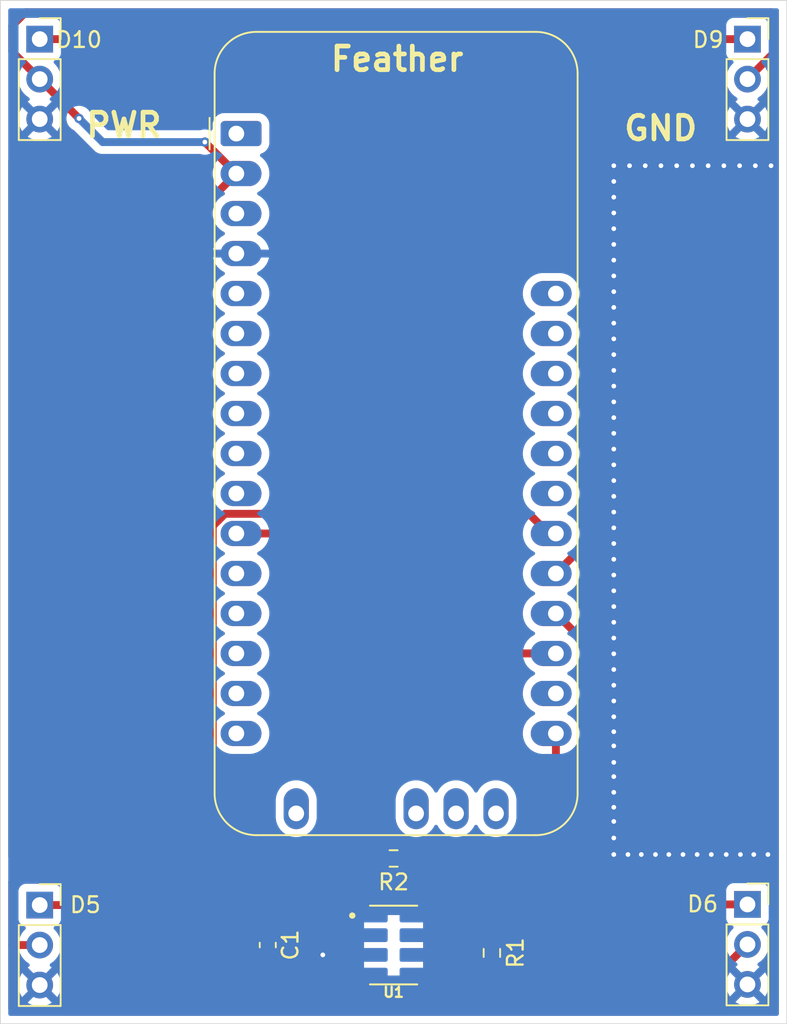
<source format=kicad_pcb>
(kicad_pcb (version 20241229) (generator "pcbnew") (generator_version "9.0")
  (layers (0 "F.Cu" signal) (2 "B.Cu" signal) (13 "F.Paste" user) (15 "B.Paste" user) (5 "F.SilkS" user "F.Silkscreen") (7 "B.SilkS" user "B.Silkscreen") (1 "F.Mask" user) (3 "B.Mask" user) (25 "Edge.Cuts" user))
  (net 0 "")
  (net 1 "/D5")
  (net 13 "/D6")
  (net 25 "/D10")
  (net 27 "/D9")
  (net 29 "GND")
  (net 30 "/SDA")
  (net 31 "/SCK")
  (net 33 "+3.3V")
  (footprint "Capacitor_SMD:C_0603_1608Metric_Pad1.08x0.95mm_HandSolder" (layer "F.Cu") (at 77 104.5 -90)
    (property "Reference" "C1" (at 0 -1.43 90) (layer "F.SilkS"))
    (property "Value" "100nf" (hide yes))
    (fp_line (start -0.146267 0.51) (end 0.146267 0.51) (stroke (width 0.12)) (layer "F.SilkS"))
    (fp_line (start -0.146267 -0.51) (end 0.146267 -0.51) (stroke (width 0.12)) (layer "F.SilkS"))
    (pad "1" smd roundrect (at -0.8625 0 270) (size 1.075 0.95) (layers "F.Cu" "F.Mask" "F.Paste") (net 33 "+3.3V"))
    (pad "2" smd roundrect (at 0.8625 0 270) (size 1.075 0.95) (layers "F.Cu" "F.Mask" "F.Paste") (net 29 "GND"))
  )
  (footprint "Module:Adafruit_Feather_M0_RFM" (layer "F.Cu") (at 75 52.96)
    (property "Reference" "A1" (hide yes))
    (property "Value" "Adafruit_Feather_M0_RFM9x_LoRa_Radio" (hide yes))
    (fp_line (start -1.7 1) (end -1.7 -1) (stroke (width 0.12)) (layer "F.SilkS"))
    (fp_line (start -1.38 -3.81) (end -1.38 41.91) (stroke (width 0.12)) (layer "F.SilkS"))
    (fp_line (start 19.05 -6.46) (end 1.27 -6.46) (stroke (width 0.12)) (layer "F.SilkS"))
    (fp_line (start 19.05 44.56) (end 1.27 44.56) (stroke (width 0.12)) (layer "F.SilkS"))
    (fp_line (start 21.7 -3.81) (end 21.7 41.91) (stroke (width 0.12)) (layer "F.SilkS"))
    (fp_arc (start -1.38 -3.81) (mid -0.603833 -5.683833) (end 1.27 -6.46) (stroke (width 0.12)) (layer "F.SilkS"))
    (fp_arc (start 1.27 44.56) (mid -0.603833 43.783833) (end -1.38 41.91) (stroke (width 0.12)) (layer "F.SilkS"))
    (fp_arc (start 19.05 -6.46) (mid 20.923833 -5.683833) (end 21.7 -3.81) (stroke (width 0.12)) (layer "F.SilkS"))
    (fp_arc (start 21.7 41.91) (mid 20.923833 43.783833) (end 19.05 44.56) (stroke (width 0.12)) (layer "F.SilkS"))
    (pad "1" thru_hole roundrect (at 0 0) (size 2.6 1.6) (drill 1 (offset 0.3 0)) (layers "*.Cu" "*.Mask") (roundrect_rratio 0.15625))
    (pad "2" thru_hole oval (at 0 2.54) (size 2.6 1.6) (drill 1 (offset 0.3 0)) (layers "*.Cu" "*.Mask") (net 33 "+3.3V"))
    (pad "3" thru_hole oval (at 0 5.08) (size 2.6 1.6) (drill 1 (offset 0.3 0)) (layers "*.Cu" "*.Mask"))
    (pad "4" thru_hole oval (at 0 7.62) (size 2.6 1.6) (drill 1 (offset 0.3 0)) (layers "*.Cu" "*.Mask") (net 29 "GND"))
    (pad "5" thru_hole oval (at 0 10.16) (size 2.6 1.6) (drill 1 (offset 0.3 0)) (layers "*.Cu" "*.Mask"))
    (pad "6" thru_hole oval (at 0 12.7) (size 2.6 1.6) (drill 1 (offset 0.3 0)) (layers "*.Cu" "*.Mask"))
    (pad "7" thru_hole oval (at 0 15.24) (size 2.6 1.6) (drill 1 (offset 0.3 0)) (layers "*.Cu" "*.Mask"))
    (pad "8" thru_hole oval (at 0 17.78) (size 2.6 1.6) (drill 1 (offset 0.3 0)) (layers "*.Cu" "*.Mask"))
    (pad "9" thru_hole oval (at 0 20.32) (size 2.6 1.6) (drill 1 (offset 0.3 0)) (layers "*.Cu" "*.Mask"))
    (pad "10" thru_hole oval (at 0 22.86) (size 2.6 1.6) (drill 1 (offset 0.3 0)) (layers "*.Cu" "*.Mask"))
    (pad "11" thru_hole oval (at 0 25.4) (size 2.6 1.6) (drill 1 (offset 0.3 0)) (layers "*.Cu" "*.Mask") (net 31 "/SCK"))
    (pad "12" thru_hole oval (at 0 27.94) (size 2.6 1.6) (drill 1 (offset 0.3 0)) (layers "*.Cu" "*.Mask"))
    (pad "13" thru_hole oval (at 0 30.48) (size 2.6 1.6) (drill 1 (offset 0.3 0)) (layers "*.Cu" "*.Mask"))
    (pad "14" thru_hole oval (at 0 33.02) (size 2.6 1.6) (drill 1 (offset 0.3 0)) (layers "*.Cu" "*.Mask"))
    (pad "15" thru_hole oval (at 0 35.56) (size 2.6 1.6) (drill 1 (offset 0.3 0)) (layers "*.Cu" "*.Mask"))
    (pad "16" thru_hole oval (at 0 38.1) (size 2.6 1.6) (drill 1 (offset 0.3 0)) (layers "*.Cu" "*.Mask"))
    (pad "17" thru_hole oval (at 20.32 38.1 180) (size 2.6 1.6) (drill 1 (offset 0.3 0)) (layers "*.Cu" "*.Mask") (net 30 "/SDA"))
    (pad "18" thru_hole oval (at 20.32 35.56 180) (size 2.6 1.6) (drill 1 (offset 0.3 0)) (layers "*.Cu" "*.Mask"))
    (pad "19" thru_hole oval (at 20.32 33.02 180) (size 2.6 1.6) (drill 1 (offset 0.3 0)) (layers "*.Cu" "*.Mask") (net 1 "/D5"))
    (pad "20" thru_hole oval (at 20.32 30.48 180) (size 2.6 1.6) (drill 1 (offset 0.3 0)) (layers "*.Cu" "*.Mask") (net 13 "/D6"))
    (pad "21" thru_hole oval (at 20.32 27.94 180) (size 2.6 1.6) (drill 1 (offset 0.3 0)) (layers "*.Cu" "*.Mask") (net 27 "/D9"))
    (pad "22" thru_hole oval (at 20.32 25.4 180) (size 2.6 1.6) (drill 1 (offset 0.3 0)) (layers "*.Cu" "*.Mask") (net 25 "/D10"))
    (pad "23" thru_hole oval (at 20.32 22.86 180) (size 2.6 1.6) (drill 1 (offset 0.3 0)) (layers "*.Cu" "*.Mask"))
    (pad "24" thru_hole oval (at 20.32 20.32 180) (size 2.6 1.6) (drill 1 (offset 0.3 0)) (layers "*.Cu" "*.Mask"))
    (pad "25" thru_hole oval (at 20.32 17.78 180) (size 2.6 1.6) (drill 1 (offset 0.3 0)) (layers "*.Cu" "*.Mask"))
    (pad "26" thru_hole oval (at 20.32 15.24 180) (size 2.6 1.6) (drill 1 (offset 0.3 0)) (layers "*.Cu" "*.Mask"))
    (pad "27" thru_hole oval (at 20.32 12.7 180) (size 2.6 1.6) (drill 1 (offset 0.3 0)) (layers "*.Cu" "*.Mask"))
    (pad "28" thru_hole oval (at 20.32 10.16 180) (size 2.6 1.6) (drill 1 (offset 0.3 0)) (layers "*.Cu" "*.Mask"))
    (pad "29" thru_hole oval (at 3.81 43.18 90) (size 2.6 1.6) (drill 1 (offset 0.3 0)) (layers "*.Cu" "*.Mask"))
    (pad "30" thru_hole oval (at 11.43 43.18 90) (size 2.6 1.6) (drill 1 (offset 0.3 0)) (layers "*.Cu" "*.Mask"))
    (pad "31" thru_hole oval (at 13.97 43.18 90) (size 2.6 1.6) (drill 1 (offset 0.3 0)) (layers "*.Cu" "*.Mask"))
    (pad "32" thru_hole oval (at 16.51 43.18 90) (size 2.6 1.6) (drill 1 (offset 0.3 0)) (layers "*.Cu" "*.Mask"))
  )
  (footprint "Connector_PinSocket_2.54mm:PinSocket_1x03_P2.54mm_Vertical" (layer "F.Cu") (at 107.5 46.96)
    (property "Reference" "D9" (at -2.5 0.04 0) (layer "F.SilkS"))
    (property "Value" "Conn_01x03_Socket" (hide yes))
    (fp_line (start -1.33 1.27) (end -1.33 6.41) (stroke (width 0.12)) (layer "F.SilkS"))
    (fp_line (start -1.33 1.27) (end 1.33 1.27) (stroke (width 0.12)) (layer "F.SilkS"))
    (fp_line (start -1.33 6.41) (end 1.33 6.41) (stroke (width 0.12)) (layer "F.SilkS"))
    (fp_line (start 0 -1.33) (end 1.33 -1.33) (stroke (width 0.12)) (layer "F.SilkS"))
    (fp_line (start 1.33 -1.33) (end 1.33 0) (stroke (width 0.12)) (layer "F.SilkS"))
    (fp_line (start 1.33 1.27) (end 1.33 6.41) (stroke (width 0.12)) (layer "F.SilkS"))
    (pad "1" thru_hole rect (at 0 0) (size 1.7 1.7) (drill 1) (layers "*.Cu" "*.Mask") (net 27 "/D9"))
    (pad "2" thru_hole circle (at 0 2.54) (size 1.7 1.7) (drill 1) (layers "*.Cu" "*.Mask") (net 33 "+3.3V"))
    (pad "3" thru_hole circle (at 0 5.08) (size 1.7 1.7) (drill 1) (layers "*.Cu" "*.Mask") (net 29 "GND"))
  )
  (footprint "pressure:SON125P300X500X100-8N" (layer "F.Cu") (at 85 104.5)
    (property "Reference" "U1" (at 0 3 0) (layer "F.SilkS") (effects (font (size 0.64067 0.64067))))
    (property "Value" "MS560702BA03-50" (hide yes))
    (fp_line (start -1.5 -2.5) (end 1.5 -2.5) (stroke (width 0.127)) (layer "F.SilkS"))
    (fp_line (start -1.5 2.5) (end 1.5 2.5) (stroke (width 0.127)) (layer "F.SilkS"))
    (fp_circle (center -2.627 -1.873) (end -2.527 -1.873) (stroke (width 0.2)) (fill no) (layer "F.SilkS"))
    (pad "1" smd roundrect (at -1.2 -1.875) (size 1.31 0.53) (layers "F.Cu" "F.Mask" "F.Paste") (roundrect_rratio 0.075) (net 33 "+3.3V"))
    (pad "2" smd roundrect (at -1.2 -0.625) (size 1.31 0.53) (layers "F.Cu" "F.Mask" "F.Paste") (roundrect_rratio 0.08) (net 33 "+3.3V"))
    (pad "3" smd roundrect (at -1.2 0.625) (size 1.31 0.53) (layers "F.Cu" "F.Mask" "F.Paste") (roundrect_rratio 0.08) (net 29 "GND"))
    (pad "4" smd roundrect (at -1.2 1.875) (size 1.31 0.53) (layers "F.Cu" "F.Mask" "F.Paste") (roundrect_rratio 0.08) (net 33 "+3.3V"))
    (pad "5" smd roundrect (at 1.2 1.875) (size 1.31 0.53) (layers "F.Cu" "F.Mask" "F.Paste") (roundrect_rratio 0.08) (net 33 "+3.3V"))
    (pad "6" smd roundrect (at 1.2 0.625) (size 1.31 0.53) (layers "F.Cu" "F.Mask" "F.Paste") (roundrect_rratio 0.08))
    (pad "7" smd roundrect (at 1.2 -0.625) (size 1.31 0.53) (layers "F.Cu" "F.Mask" "F.Paste") (roundrect_rratio 0.08) (net 30 "/SDA"))
    (pad "8" smd roundrect (at 1.2 -1.875) (size 1.31 0.53) (layers "F.Cu" "F.Mask" "F.Paste") (roundrect_rratio 0.08) (net 31 "/SCK"))
    (zone (net 0) (net_name "") (layer "F.Cu") (connect_pads (clearance 0)) (min_thickness 0.01)
      (keepout (tracks not_allowed) (vias not_allowed) (pads not_allowed) (copperpour not_allowed) (footprints allowed))
      (fill (thermal_gap 0.508) (thermal_bridge_width 0.508))
      (polygon (pts (xy 83.12187 103.0625) (xy 86.875 103.0625) (xy 86.875 103.43573) (xy 83.12187 103.43573)))
    )
    (zone (net 0) (net_name "") (layer "F.Cu") (connect_pads (clearance 0)) (min_thickness 0.01)
      (keepout (tracks not_allowed) (vias not_allowed) (pads not_allowed) (copperpour not_allowed) (footprints allowed))
      (fill (thermal_gap 0.508) (thermal_bridge_width 0.508))
      (polygon (pts (xy 83.12326 104.3125) (xy 86.875 104.3125) (xy 86.875 104.687674) (xy 83.12326 104.687674)))
    )
    (zone (net 0) (net_name "") (layer "F.Cu") (connect_pads (clearance 0)) (min_thickness 0.01)
      (keepout (tracks not_allowed) (vias not_allowed) (pads not_allowed) (copperpour not_allowed) (footprints allowed))
      (fill (thermal_gap 0.508) (thermal_bridge_width 0.508))
      (polygon (pts (xy 83.12473 105.5625) (xy 86.875 105.5625) (xy 86.875 105.93771) (xy 83.12473 105.93771)))
    )
    (zone (net 0) (net_name "") (layer "F.Cu") (connect_pads (clearance 0)) (min_thickness 0.01)
      (keepout (tracks not_allowed) (vias not_allowed) (pads not_allowed) (copperpour not_allowed) (footprints allowed))
      (fill (thermal_gap 0.508) (thermal_bridge_width 0.508))
      (polygon (pts (xy 84.624553 102.595) (xy 85.381 102.595) (xy 85.381 106.43581) (xy 84.624553 106.43581)))
    )
    (zone (net 0) (net_name "") (layer "B.Cu") (connect_pads (clearance 0)) (min_thickness 0.01)
      (keepout (tracks not_allowed) (vias not_allowed) (pads not_allowed) (copperpour not_allowed) (footprints allowed))
      (fill (thermal_gap 0.508) (thermal_bridge_width 0.508))
      (polygon (pts (xy 83.12284 103.0625) (xy 86.875 103.0625) (xy 86.875 103.43628) (xy 83.12284 103.43628)))
    )
    (zone (net 0) (net_name "") (layer "B.Cu") (connect_pads (clearance 0)) (min_thickness 0.01)
      (keepout (tracks not_allowed) (vias not_allowed) (pads not_allowed) (copperpour not_allowed) (footprints allowed))
      (fill (thermal_gap 0.508) (thermal_bridge_width 0.508))
      (polygon (pts (xy 83.12301 104.3125) (xy 86.875 104.3125) (xy 86.875 104.687699) (xy 83.12301 104.687699)))
    )
    (zone (net 0) (net_name "") (layer "B.Cu") (connect_pads (clearance 0)) (min_thickness 0.01)
      (keepout (tracks not_allowed) (vias not_allowed) (pads not_allowed) (copperpour not_allowed) (footprints allowed))
      (fill (thermal_gap 0.508) (thermal_bridge_width 0.508))
      (polygon (pts (xy 83.12322 105.5625) (xy 86.875 105.5625) (xy 86.875 105.93887) (xy 83.12322 105.93887)))
    )
    (zone (net 0) (net_name "") (layer "B.Cu") (connect_pads (clearance 0)) (min_thickness 0.01)
      (keepout (tracks not_allowed) (vias not_allowed) (pads not_allowed) (copperpour not_allowed) (footprints allowed))
      (fill (thermal_gap 0.508) (thermal_bridge_width 0.508))
      (polygon (pts (xy 84.624375 102.595) (xy 85.381 102.595) (xy 85.381 106.43672) (xy 84.624375 106.43672)))
    )
  )
  (footprint "Connector_PinSocket_2.54mm:PinSocket_1x03_P2.54mm_Vertical" (layer "F.Cu") (at 107.5 101.92)
    (property "Reference" "D6" (at -2.85 -0.02 0) (layer "F.SilkS"))
    (property "Value" "Conn_01x03_Socket" (hide yes))
    (fp_line (start -1.33 1.27) (end -1.33 6.41) (stroke (width 0.12)) (layer "F.SilkS"))
    (fp_line (start -1.33 1.27) (end 1.33 1.27) (stroke (width 0.12)) (layer "F.SilkS"))
    (fp_line (start -1.33 6.41) (end 1.33 6.41) (stroke (width 0.12)) (layer "F.SilkS"))
    (fp_line (start 0 -1.33) (end 1.33 -1.33) (stroke (width 0.12)) (layer "F.SilkS"))
    (fp_line (start 1.33 -1.33) (end 1.33 0) (stroke (width 0.12)) (layer "F.SilkS"))
    (fp_line (start 1.33 1.27) (end 1.33 6.41) (stroke (width 0.12)) (layer "F.SilkS"))
    (pad "1" thru_hole rect (at 0 0) (size 1.7 1.7) (drill 1) (layers "*.Cu" "*.Mask") (net 13 "/D6"))
    (pad "2" thru_hole circle (at 0 2.54) (size 1.7 1.7) (drill 1) (layers "*.Cu" "*.Mask") (net 33 "+3.3V"))
    (pad "3" thru_hole circle (at 0 5.08) (size 1.7 1.7) (drill 1) (layers "*.Cu" "*.Mask") (net 29 "GND"))
  )
  (footprint "Resistor_SMD:R_0603_1608Metric_Pad0.98x0.95mm_HandSolder" (layer "F.Cu") (at 91.25 105 90)
    (property "Reference" "R1" (at 0 1.5 90) (layer "F.SilkS"))
    (property "Value" "10k" (hide yes))
    (fp_line (start -0.254724 -0.5225) (end 0.254724 -0.5225) (stroke (width 0.12)) (layer "F.SilkS"))
    (fp_line (start -0.254724 0.5225) (end 0.254724 0.5225) (stroke (width 0.12)) (layer "F.SilkS"))
    (pad "1" smd roundrect (at -0.9125 0 90) (size 0.975 0.95) (layers "F.Cu" "F.Mask" "F.Paste") (net 33 "+3.3V"))
    (pad "2" smd roundrect (at 0.9125 0 90) (size 0.975 0.95) (layers "F.Cu" "F.Mask" "F.Paste") (net 30 "/SDA"))
  )
  (footprint "Connector_PinSocket_2.54mm:PinSocket_1x03_P2.54mm_Vertical" (layer "F.Cu") (at 62.5 101.96)
    (property "Reference" "D5" (at 2.9 -0.01 0) (layer "F.SilkS"))
    (property "Value" "Conn_01x03_Socket" (hide yes))
    (fp_line (start -1.33 1.27) (end -1.33 6.41) (stroke (width 0.12)) (layer "F.SilkS"))
    (fp_line (start -1.33 1.27) (end 1.33 1.27) (stroke (width 0.12)) (layer "F.SilkS"))
    (fp_line (start -1.33 6.41) (end 1.33 6.41) (stroke (width 0.12)) (layer "F.SilkS"))
    (fp_line (start 0 -1.33) (end 1.33 -1.33) (stroke (width 0.12)) (layer "F.SilkS"))
    (fp_line (start 1.33 -1.33) (end 1.33 0) (stroke (width 0.12)) (layer "F.SilkS"))
    (fp_line (start 1.33 1.27) (end 1.33 6.41) (stroke (width 0.12)) (layer "F.SilkS"))
    (pad "1" thru_hole rect (at 0 0) (size 1.7 1.7) (drill 1) (layers "*.Cu" "*.Mask") (net 1 "/D5"))
    (pad "2" thru_hole circle (at 0 2.54) (size 1.7 1.7) (drill 1) (layers "*.Cu" "*.Mask") (net 33 "+3.3V"))
    (pad "3" thru_hole circle (at 0 5.08) (size 1.7 1.7) (drill 1) (layers "*.Cu" "*.Mask") (net 29 "GND"))
  )
  (footprint "Resistor_SMD:R_0603_1608Metric_Pad0.98x0.95mm_HandSolder" (layer "F.Cu") (at 85 99 180)
    (property "Reference" "R2" (at 0 -1.5 0) (layer "F.SilkS"))
    (property "Value" "10k" (hide yes))
    (fp_line (start -0.254724 0.5225) (end 0.254724 0.5225) (stroke (width 0.12)) (layer "F.SilkS"))
    (fp_line (start -0.254724 -0.5225) (end 0.254724 -0.5225) (stroke (width 0.12)) (layer "F.SilkS"))
    (pad "1" smd roundrect (at -0.9125 0 180) (size 0.975 0.95) (layers "F.Cu" "F.Mask" "F.Paste") (net 31 "/SCK"))
    (pad "2" smd roundrect (at 0.9125 0 180) (size 0.975 0.95) (layers "F.Cu" "F.Mask" "F.Paste") (net 33 "+3.3V"))
  )
  (footprint "Connector_PinSocket_2.54mm:PinSocket_1x03_P2.54mm_Vertical" (layer "F.Cu") (at 62.5 46.96)
    (property "Reference" "D10" (at 2.5 0.04 0) (layer "F.SilkS"))
    (property "Value" "Conn_01x03_Socket" (hide yes))
    (fp_line (start -1.33 1.27) (end -1.33 6.41) (stroke (width 0.12)) (layer "F.SilkS"))
    (fp_line (start -1.33 1.27) (end 1.33 1.27) (stroke (width 0.12)) (layer "F.SilkS"))
    (fp_line (start -1.33 6.41) (end 1.33 6.41) (stroke (width 0.12)) (layer "F.SilkS"))
    (fp_line (start 0 -1.33) (end 1.33 -1.33) (stroke (width 0.12)) (layer "F.SilkS"))
    (fp_line (start 1.33 -1.33) (end 1.33 0) (stroke (width 0.12)) (layer "F.SilkS"))
    (fp_line (start 1.33 1.27) (end 1.33 6.41) (stroke (width 0.12)) (layer "F.SilkS"))
    (pad "1" thru_hole rect (at 0 0) (size 1.7 1.7) (drill 1) (layers "*.Cu" "*.Mask") (net 25 "/D10"))
    (pad "2" thru_hole circle (at 0 2.54) (size 1.7 1.7) (drill 1) (layers "*.Cu" "*.Mask") (net 33 "+3.3V"))
    (pad "3" thru_hole circle (at 0 5.08) (size 1.7 1.7) (drill 1) (layers "*.Cu" "*.Mask") (net 29 "GND"))
  )
  (gr_rect (start 60 44.5) (end 110 109.5) (stroke (width 0.05)) (fill no) (layer "Edge.Cuts"))
  (gr_text "PWR" (at 65.3 53.3 0) (layer "F.SilkS") (effects (font (size 1.5 1.5) (thickness 0.3) (bold yes)) (justify left bottom)))
  (gr_text "Feather" (at 80.85 49.1 0) (layer "F.SilkS") (effects (font (size 1.5 1.5) (thickness 0.3) (bold yes)) (justify left bottom)))
  (gr_text "GND\n" (at 99.5 53.5 0) (layer "F.SilkS") (effects (font (size 1.5 1.5) (thickness 0.3) (bold yes)) (justify left bottom)))
  (segment (start 95.32 85.98) (end 91.67 85.98) (width 0.5) (layer "F.Cu") (net 1))
  (segment (start 95.32 85.98) (end 85.971364 85.98) (width 0.5) (layer "F.Cu") (net 1))
  (segment (start 73.5 100) (end 71.54 101.96) (width 0.5) (layer "F.Cu") (net 1))
  (segment (start 85.971364 85.98) (end 77.100364 77.109) (width 0.5) (layer "F.Cu") (net 1))
  (segment (start 74.281819 77.109) (end 73.5 77.890819) (width 0.5) (layer "F.Cu") (net 1))
  (segment (start 73.5 77.890819) (end 73.5 100) (width 0.5) (layer "F.Cu") (net 1))
  (segment (start 71.54 101.96) (end 62.5 101.96) (width 0.5) (layer "F.Cu") (net 1))
  (segment (start 77.100364 77.109) (end 74.281819 77.109) (width 0.5) (layer "F.Cu") (net 1))
  (segment (start 98.37 101.92) (end 97.5 101.05) (width 0.5) (layer "F.Cu") (net 13))
  (segment (start 107.5 101.92) (end 98.37 101.92) (width 0.5) (layer "F.Cu") (net 13))
  (segment (start 97.5 101.05) (end 97.5 85.62) (width 0.5) (layer "F.Cu") (net 13))
  (segment (start 97.5 85.62) (end 95.32 83.44) (width 0.5) (layer "F.Cu") (net 13))
  (segment (start 92.5 48.5) (end 92.5 76) (width 0.5) (layer "F.Cu") (net 25))
  (segment (start 62.5 46.96) (end 90.96 46.96) (width 0.5) (layer "F.Cu") (net 25))
  (segment (start 94.86 78.36) (end 95.32 78.36) (width 0.5) (layer "F.Cu") (net 25))
  (segment (start 92.5 76) (end 94.86 78.36) (width 0.5) (layer "F.Cu") (net 25))
  (segment (start 90.96 46.96) (end 92.5 48.5) (width 0.5) (layer "F.Cu") (net 25))
  (segment (start 97.5 50.5) (end 101.04 46.96) (width 0.5) (layer "F.Cu") (net 27))
  (segment (start 95.32 80.9) (end 97.5 78.72) (width 0.5) (layer "F.Cu") (net 27))
  (segment (start 101.04 46.96) (end 107.5 46.96) (width 0.5) (layer "F.Cu") (net 27))
  (segment (start 97.5 78.72) (end 97.5 50.5) (width 0.5) (layer "F.Cu") (net 27))
  (segment (start 77 105.3625) (end 77.2375 105.125) (width 0.5) (layer "F.Cu") (net 29))
  (segment (start 80.5 105.125) (end 83.8 105.125) (width 0.5) (layer "F.Cu") (net 29))
  (segment (start 77.2375 105.125) (end 80.5 105.125) (width 0.5) (layer "F.Cu") (net 29))
  (via (at 99.9 98.75) (size 0.6) (drill 0.3) (layers "F.Cu" "B.Cu") (net 29))
  (via (at 99 80) (size 0.6) (drill 0.3) (layers "F.Cu" "B.Cu") (net 29))
  (via (at 104 55) (size 0.6) (drill 0.3) (layers "F.Cu" "B.Cu") (net 29))
  (via (at 104.3 98.75) (size 0.6) (drill 0.3) (layers "F.Cu" "B.Cu") (net 29))
  (via (at 99 57) (size 0.6) (drill 0.3) (layers "F.Cu" "B.Cu") (net 29))
  (via (at 102 55) (size 0.6) (drill 0.3) (layers "F.Cu" "B.Cu") (net 29))
  (via (at 99 58) (size 0.6) (drill 0.3) (layers "F.Cu" "B.Cu") (net 29))
  (via (at 107.9 98.75) (size 0.6) (drill 0.3) (layers "F.Cu" "B.Cu") (net 29))
  (via (at 99 72) (size 0.6) (drill 0.3) (layers "F.Cu" "B.Cu") (net 29))
  (via (at 99 83) (size 0.6) (drill 0.3) (layers "F.Cu" "B.Cu") (net 29))
  (via (at 99 90.95) (size 0.6) (drill 0.3) (layers "F.Cu" "B.Cu") (net 29))
  (via (at 101 55) (size 0.6) (drill 0.3) (layers "F.Cu" "B.Cu") (net 29))
  (via (at 105 55) (size 0.6) (drill 0.3) (layers "F.Cu" "B.Cu") (net 29))
  (via (at 99 89) (size 0.6) (drill 0.3) (layers "F.Cu" "B.Cu") (net 29))
  (via (at 99 81) (size 0.6) (drill 0.3) (layers "F.Cu" "B.Cu") (net 29))
  (via (at 99 95.75) (size 0.6) (drill 0.3) (layers "F.Cu" "B.Cu") (net 29))
  (via (at 99 56) (size 0.6) (drill 0.3) (layers "F.Cu" "B.Cu") (net 29))
  (via (at 80.5 105.125) (size 0.6) (drill 0.3) (layers "F.Cu" "B.Cu") (net 29))
  (via (at 99 94.8) (size 0.6) (drill 0.3) (layers "F.Cu" "B.Cu") (net 29))
  (via (at 107.05 98.75) (size 0.6) (drill 0.3) (layers "F.Cu" "B.Cu") (net 29))
  (via (at 99 73) (size 0.6) (drill 0.3) (layers "F.Cu" "B.Cu") (net 29))
  (via (at 99 87) (size 0.6) (drill 0.3) (layers "F.Cu" "B.Cu") (net 29))
  (via (at 99 92.9) (size 0.6) (drill 0.3) (layers "F.Cu" "B.Cu") (net 29))
  (via (at 99 85) (size 0.6) (drill 0.3) (layers "F.Cu" "B.Cu") (net 29))
  (via (at 99 90) (size 0.6) (drill 0.3) (layers "F.Cu" "B.Cu") (net 29))
  (via (at 99 63) (size 0.6) (drill 0.3) (layers "F.Cu" "B.Cu") (net 29))
  (via (at 99 88) (size 0.6) (drill 0.3) (layers "F.Cu" "B.Cu") (net 29))
  (via (at 99 82) (size 0.6) (drill 0.3) (layers "F.Cu" "B.Cu") (net 29))
  (via (at 99 74) (size 0.6) (drill 0.3) (layers "F.Cu" "B.Cu") (net 29))
  (via (at 102.5 98.75) (size 0.6) (drill 0.3) (layers "F.Cu" "B.Cu") (net 29))
  (via (at 100.75 98.75) (size 0.6) (drill 0.3) (layers "F.Cu" "B.Cu") (net 29))
  (via (at 99 75) (size 0.6) (drill 0.3) (layers "F.Cu" "B.Cu") (net 29))
  (via (at 99 96.65) (size 0.6) (drill 0.3) (layers "F.Cu" "B.Cu") (net 29))
  (via (at 99 86) (size 0.6) (drill 0.3) (layers "F.Cu" "B.Cu") (net 29))
  (via (at 99 77) (size 0.6) (drill 0.3) (layers "F.Cu" "B.Cu") (net 29))
  (via (at 99 97.7) (size 0.6) (drill 0.3) (layers "F.Cu" "B.Cu") (net 29))
  (via (at 106 55) (size 0.6) (drill 0.3) (layers "F.Cu" "B.Cu") (net 29))
  (via (at 99 62) (size 0.6) (drill 0.3) (layers "F.Cu" "B.Cu") (net 29))
  (via (at 99 93.8) (size 0.6) (drill 0.3) (layers "F.Cu" "B.Cu") (net 29))
  (via (at 99 67) (size 0.6) (drill 0.3) (layers "F.Cu" "B.Cu") (net 29))
  (via (at 105.2 98.75) (size 0.6) (drill 0.3) (layers "F.Cu" "B.Cu") (net 29))
  (via (at 99 70) (size 0.6) (drill 0.3) (layers "F.Cu" "B.Cu") (net 29))
  (via (at 103 55) (size 0.6) (drill 0.3) (layers "F.Cu" "B.Cu") (net 29))
  (via (at 101.65 98.75) (size 0.6) (drill 0.3) (layers "F.Cu" "B.Cu") (net 29))
  (via (at 99 76) (size 0.6) (drill 0.3) (layers "F.Cu" "B.Cu") (net 29))
  (via (at 99 59) (size 0.6) (drill 0.3) (layers "F.Cu" "B.Cu") (net 29))
  (via (at 99 69) (size 0.6) (drill 0.3) (layers "F.Cu" "B.Cu") (net 29))
  (via (at 103.4 98.75) (size 0.6) (drill 0.3) (layers "F.Cu" "B.Cu") (net 29))
  (via (at 100 55) (size 0.6) (drill 0.3) (layers "F.Cu" "B.Cu") (net 29))
  (via (at 99 68) (size 0.6) (drill 0.3) (layers "F.Cu" "B.Cu") (net 29))
  (via (at 99 64) (size 0.6) (drill 0.3) (layers "F.Cu" "B.Cu") (net 29))
  (via (at 99 71) (size 0.6) (drill 0.3) (layers "F.Cu" "B.Cu") (net 29))
  (via (at 99 65) (size 0.6) (drill 0.3) (layers "F.Cu" "B.Cu") (net 29))
  (via (at 108 55) (size 0.6) (drill 0.3) (layers "F.Cu" "B.Cu") (net 29))
  (via (at 108.8 98.75) (size 0.6) (drill 0.3) (layers "F.Cu" "B.Cu") (net 29))
  (via (at 99 84) (size 0.6) (drill 0.3) (layers "F.Cu" "B.Cu") (net 29))
  (via (at 99 91.85) (size 0.6) (drill 0.3) (layers "F.Cu" "B.Cu") (net 29))
  (via (at 99 66) (size 0.6) (drill 0.3) (layers "F.Cu" "B.Cu") (net 29))
  (via (at 99 98.75) (size 0.6) (drill 0.3) (layers "F.Cu" "B.Cu") (net 29))
  (via (at 99 61) (size 0.6) (drill 0.3) (layers "F.Cu" "B.Cu") (net 29))
  (via (at 106.15 98.75) (size 0.6) (drill 0.3) (layers "F.Cu" "B.Cu") (net 29))
  (via (at 99 78) (size 0.6) (drill 0.3) (layers "F.Cu" "B.Cu") (net 29))
  (via (at 99 60) (size 0.6) (drill 0.3) (layers "F.Cu" "B.Cu") (net 29))
  (via (at 107 55) (size 0.6) (drill 0.3) (layers "F.Cu" "B.Cu") (net 29))
  (via (at 99 79) (size 0.6) (drill 0.3) (layers "F.Cu" "B.Cu") (net 29))
  (via (at 99 55) (size 0.6) (drill 0.3) (layers "F.Cu" "B.Cu") (net 29))
  (via (at 109 55) (size 0.6) (drill 0.3) (layers "F.Cu" "B.Cu") (net 29))
  (segment (start 91.25 104.0875) (end 91.0375 103.875) (width 0.5) (layer "F.Cu") (net 30))
  (segment (start 91.0375 103.875) (end 86.2 103.875) (width 0.5) (layer "F.Cu") (net 30))
  (segment (start 95.32 100.68) (end 91.9125 104.0875) (width 0.5) (layer "F.Cu") (net 30))
  (segment (start 91.9125 104.0875) (end 91.25 104.0875) (width 0.5) (layer "F.Cu") (net 30))
  (segment (start 95.32 100.68) (end 95.32 91.06) (width 0.5) (layer "F.Cu") (net 30))
  (segment (start 86.5 99) (end 85.9125 99) (width 0.5) (layer "F.Cu") (net 31))
  (segment (start 94 99.5) (end 90.875 102.625) (width 0.5) (layer "F.Cu") (net 31))
  (segment (start 90.875 102.625) (end 88 102.625) (width 0.5) (layer "F.Cu") (net 31))
  (segment (start 94 95) (end 94 99.5) (width 0.5) (layer "F.Cu") (net 31))
  (segment (start 86.2 102.625) (end 88 102.625) (width 0.5) (layer "F.Cu") (net 31))
  (segment (start 88 102.625) (end 88 100.5) (width 0.5) (layer "F.Cu") (net 31))
  (segment (start 77.36 78.36) (end 94 95) (width 0.5) (layer "F.Cu") (net 31))
  (segment (start 88 100.5) (end 86.5 99) (width 0.5) (layer "F.Cu") (net 31))
  (segment (start 75 78.36) (end 77.36 78.36) (width 0.5) (layer "F.Cu") (net 31))
  (segment (start 75.029181 78.36) (end 75 78.36) (width 0.5) (layer "B.Cu") (net 31))
  (segment (start 72.5 99.25) (end 71.6 100.15) (width 0.5) (layer "F.Cu") (net 33))
  (segment (start 109 45.251) (end 61.607 45.251) (width 0.5) (layer "F.Cu") (net 33))
  (segment (start 86.2 106.375) (end 83.826 108.749) (width 0.5) (layer "F.Cu") (net 33))
  (segment (start 109.249 47.751) (end 109.249 45.5) (width 0.5) (layer "F.Cu") (net 33))
  (segment (start 83.826 108.749) (end 81 108.749) (width 0.5) (layer "F.Cu") (net 33))
  (segment (start 75 55.5) (end 75.029181 55.5) (width 0.5) (layer "F.Cu") (net 33))
  (segment (start 88 108.749) (end 85.6635 108.749) (width 0.5) (layer "F.Cu") (net 33))
  (segment (start 77.2375 103.875) (end 77 103.6375) (width 0.5) (layer "F.Cu") (net 33))
  (segment (start 71.6 100.15) (end 61.101 100.15) (width 0.5) (layer "F.Cu") (net 33))
  (segment (start 61.607 45.251) (end 60.751 46.107) (width 0.5) (layer "F.Cu") (net 33))
  (segment (start 109.249 45.5) (end 109 45.251) (width 0.5) (layer "F.Cu") (net 33))
  (segment (start 75.56875 105.06875) (end 72.01875 108.61875) (width 0.5) (layer "F.Cu") (net 33))
  (segment (start 77 103.6375) (end 75.56875 105.06875) (width 0.5) (layer "F.Cu") (net 33))
  (segment (start 103.211 108.749) (end 107.5 104.46) (width 0.5) (layer "F.Cu") (net 33))
  (segment (start 80 99) (end 84.0875 99) (width 0.5) (layer "F.Cu") (net 33))
  (segment (start 60.751 47.751) (end 62.5 49.5) (width 0.5) (layer "F.Cu") (net 33))
  (segment (start 88 108.749) (end 88.6 108.749) (width 0.5) (layer "F.Cu") (net 33))
  (segment (start 72.5 58) (end 72.5 99.25) (width 0.5) (layer "F.Cu") (net 33))
  (segment (start 83.8 106.375) (end 81.426 108.749) (width 0.5) (layer "F.Cu") (net 33))
  (segment (start 75 55.5) (end 72.5 58) (width 0.5) (layer "F.Cu") (net 33))
  (segment (start 70.9 108.749) (end 70.9 108.1) (width 0.5) (layer "F.Cu") (net 33))
  (segment (start 60.751 108.5) (end 60.751 104.5) (width 0.5) (layer "F.Cu") (net 33))
  (segment (start 83.8 103.875) (end 77.2375 103.875) (width 0.5) (layer "F.Cu") (net 33))
  (segment (start 61 108.749) (end 60.751 108.5) (width 0.5) (layer "F.Cu") (net 33))
  (segment (start 81.426 108.749) (end 71.8885 108.749) (width 0.5) (layer "F.Cu") (net 33))
  (segment (start 107.5 49.5) (end 109.249 47.751) (width 0.5) (layer "F.Cu") (net 33))
  (segment (start 88.6 108.749) (end 91.25 108.749) (width 0.5) (layer "F.Cu") (net 33))
  (segment (start 65 52) (end 62.5 49.5) (width 0.5) (layer "F.Cu") (net 33))
  (segment (start 91.25 108.749) (end 103.211 108.749) (width 0.5) (layer "F.Cu") (net 33))
  (segment (start 91.25 108.749) (end 91.25 105.9125) (width 0.5) (layer "F.Cu") (net 33))
  (segment (start 83.826 108.749) (end 85.6635 108.749) (width 0.5) (layer "F.Cu") (net 33))
  (segment (start 70.9 108.1) (end 80 99) (width 0.5) (layer "F.Cu") (net 33))
  (segment (start 60.751 100.5) (end 60.751 104.5) (width 0.5) (layer "F.Cu") (net 33))
  (segment (start 62.5 104.5) (end 60.751 104.5) (width 0.5) (layer "F.Cu") (net 33))
  (segment (start 73 53.5) (end 75 55.5) (width 0.5) (layer "F.Cu") (net 33))
  (segment (start 78.0125 102.625) (end 83.8 102.625) (width 0.5) (layer "F.Cu") (net 33))
  (segment (start 71.8885 108.749) (end 61 108.749) (width 0.5) (layer "F.Cu") (net 33))
  (segment (start 77 103.6375) (end 78.0125 102.625) (width 0.5) (layer "F.Cu") (net 33))
  (segment (start 60.751 46.107) (end 60.751 47.751) (width 0.5) (layer "F.Cu") (net 33))
  (segment (start 61.101 100.15) (end 60.751 100.5) (width 0.5) (layer "F.Cu") (net 33))
  (via (at 65 52) (size 0.6) (drill 0.3) (layers "F.Cu" "B.Cu") (net 33))
  (via (at 73 53.5) (size 0.6) (drill 0.3) (layers "F.Cu" "B.Cu") (net 33))
  (segment (start 66.5 53.5) (end 65 52) (width 0.5) (layer "B.Cu") (net 33))
  (segment (start 73 53.5) (end 66.5 53.5) (width 0.5) (layer "B.Cu") (net 33))
  (zone (net 0) (net_name "") (layer "F.Cu") (connect_pads yes (clearance 0.5)) (min_thickness 0.25) (fill yes (thermal_gap 0.5) (thermal_bridge_width 0.5))
    (polygon (pts (xy 71.35 99.1) (xy 71.5 54.5) (xy 60 54.5) (xy 60 99)))
  )
  (zone (net 29) (net_name "GND") (layer "F.Cu") (connect_pads yes (clearance 0.5)) (min_thickness 0.25) (fill yes (thermal_gap 0.5) (thermal_bridge_width 0.5))
    (polygon (pts (xy 98.55 99.45) (xy 98.5 54.5) (xy 110 54.5) (xy 110 99.5)))
  )
  (zone (net 29) (net_name "GND") (layer "B.Cu") (priority 1) (connect_pads (clearance 0.5)) (min_thickness 0.25) (fill yes (thermal_gap 0.5) (thermal_bridge_width 0.5))
    (polygon (pts (xy 60 44.5) (xy 110 44.5) (xy 110 109.5) (xy 60 109.5)))
  )
)
</source>
